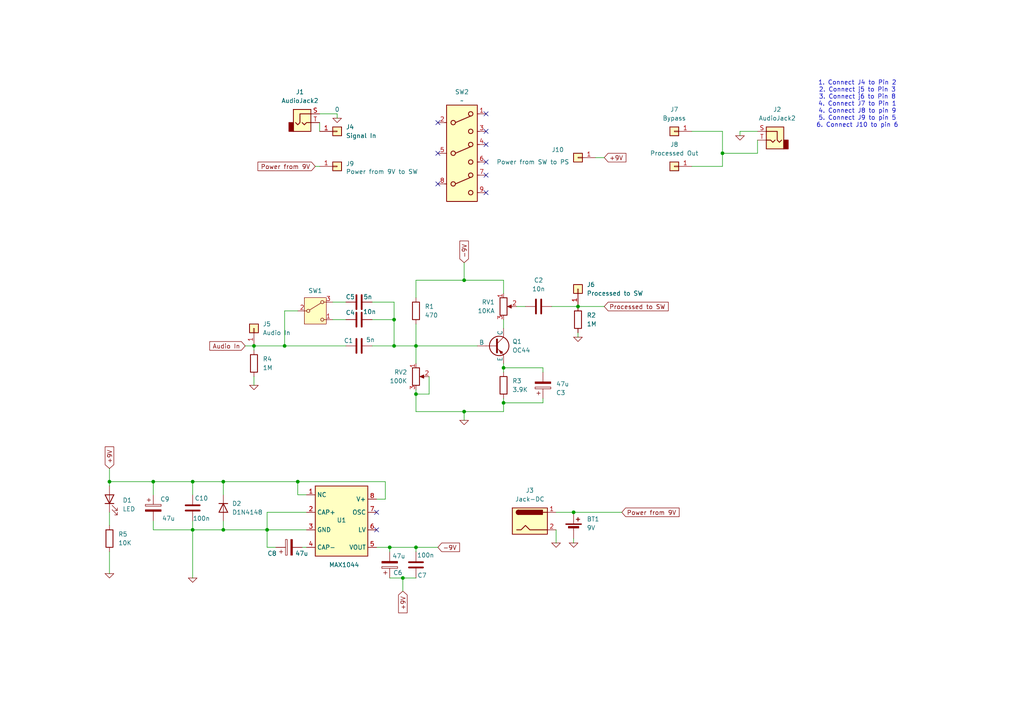
<source format=kicad_sch>
(kicad_sch (version 20231120) (generator "eeschema") (generator_version "8.0")
  (paper "A4")
  (lib_symbols
    (symbol "0_custom:3PDT"
      (property "Reference" "SW" (at -0.254 14.478 0))
      (symbol "3PDT_0_1"
        (rectangle (start -5.08 12.7) (end 3.81 -15.24) (stroke (width 0.254)) (fill (type background)))
        (circle (center -3.175 -10.16) (radius 0.635) (stroke (width 0.254)))
        (circle (center -3.175 -1.27) (radius 0.635) (stroke (width 0.254)))
        (circle (center -3.175 7.62) (radius 0.635) (stroke (width 0.254)))
        (polyline (pts (xy -5.715 -10.16) (xy -5.08 -10.16)))
        (polyline (pts (xy -5.715 -1.27) (xy -5.08 -1.27)))
        (polyline (pts (xy -5.715 7.62) (xy -5.08 7.62)))
        (polyline (pts (xy -2.54 -10.16) (xy 1.905 -8.255)) (stroke (width 0.254)))
        (polyline (pts (xy -2.54 -1.27) (xy 1.905 0.635)) (stroke (width 0.254)))
        (polyline (pts (xy -2.54 7.62) (xy 1.905 9.525)) (stroke (width 0.254)))
        (polyline (pts (xy 4.445 -12.7) (xy 3.81 -12.7)))
        (polyline (pts (xy 4.445 -7.62) (xy 3.81 -7.62)))
        (polyline (pts (xy 4.445 -3.81) (xy 3.81 -3.81)))
        (polyline (pts (xy 4.445 1.27) (xy 3.81 1.27)))
        (polyline (pts (xy 4.445 5.08) (xy 3.81 5.08)))
        (polyline (pts (xy 4.445 10.16) (xy 3.81 10.16)))
        (circle (center 1.905 -12.7) (radius 0.635) (stroke (width 0.254)))
        (circle (center 1.905 -7.62) (radius 0.635) (stroke (width 0.254)))
        (circle (center 1.905 -3.81) (radius 0.635) (stroke (width 0.254)))
        (circle (center 1.905 1.27) (radius 0.635) (stroke (width 0.254)))
        (circle (center 1.905 5.08) (radius 0.635) (stroke (width 0.254)))
        (circle (center 1.905 10.16) (radius 0.635) (stroke (width 0.254)))
      )
      (symbol "3PDT_1_1"
        (pin output line (at 6.35 10.16 180) (length 2.54) (name "") (number "1"))
        (pin input line (at -7.62 7.62 0) (length 2.54) (name "") (number "2"))
        (pin output line (at 6.35 5.08 180) (length 2.54) (name "") (number "3"))
        (pin output line (at 6.35 1.27 180) (length 2.54) (name "") (number "4"))
        (pin input line (at -7.62 -1.27 0) (length 2.54) (name "") (number "5"))
        (pin output line (at 6.35 -3.81 180) (length 2.54) (name "") (number "6"))
        (pin output line (at 6.35 -7.62 180) (length 2.54) (name "") (number "7"))
        (pin input line (at -7.62 -10.16 0) (length 2.54) (name "") (number "8"))
        (pin output line (at 6.35 -12.7 180) (length 2.54) (name "") (number "9"))
      )
    )
    (symbol "Connector:Jack-DC" (pin_names (offset 1.016))
      (property "Reference" "J" (at 0 5.334 0))
      (property "Value" "Jack-DC" (at 0 -5.08 0))
      (symbol "Jack-DC_0_1"
        (rectangle (start -5.08 3.81) (end 5.08 -3.81) (stroke (width 0.254)) (fill (type background)))
        (arc (start -3.302 3.175) (mid -3.9343 2.54) (end -3.302 1.905) (stroke (width 0.254)))
        (arc (start -3.302 3.175) (mid -3.9343 2.54) (end -3.302 1.905) (stroke (width 0.254)) (fill (type outline)))
        (polyline (pts (xy 5.08 2.54) (xy 3.81 2.54)) (stroke (width 0.254)))
        (polyline (pts (xy -3.81 -2.54) (xy -2.54 -2.54) (xy -1.27 -1.27) (xy 0 -2.54) (xy 2.54 -2.54) (xy 5.08 -2.54)) (stroke (width 0.254)))
        (rectangle (start 3.683 3.175) (end -3.302 1.905) (stroke (width 0.254)) (fill (type outline)))
      )
      (symbol "Jack-DC_1_1"
        (pin passive line (at 7.62 2.54 180) (length 2.54) (name "~") (number "1"))
        (pin passive line (at 7.62 -2.54 180) (length 2.54) (name "~") (number "2"))
      )
    )
    (symbol "Connector_Audio:AudioJack2"
      (property "Reference" "J" (at 0 8.89 0))
      (property "Value" "AudioJack2" (at 0 6.35 0))
      (symbol "AudioJack2_0_1"
        (rectangle (start -3.81 0) (end -2.54 -2.54) (stroke (width 0.254)) (fill (type outline)))
        (rectangle (start -2.54 3.81) (end 2.54 -2.54) (stroke (width 0.254)) (fill (type background)))
        (polyline (pts (xy 0 0) (xy 0.635 -0.635) (xy 1.27 0) (xy 2.54 0)) (stroke (width 0.254)))
        (polyline (pts (xy 2.54 2.54) (xy -0.635 2.54) (xy -0.635 0) (xy -1.27 -0.635) (xy -1.905 0)) (stroke (width 0.254)))
      )
      (symbol "AudioJack2_1_1"
        (pin passive line (at 5.08 2.54 180) (length 2.54) (name "~") (number "S"))
        (pin passive line (at 5.08 0 180) (length 2.54) (name "~") (number "T"))
      )
    )
    (symbol "Connector_Generic:Conn_01x01" (pin_names (offset 1.016) hide)
      (property "Reference" "J" (at 0 2.54 0))
      (property "Value" "Conn_01x01" (at 0 -2.54 0))
      (symbol "Conn_01x01_1_1"
        (rectangle (start -1.27 0.127) (end 0 -0.127) (stroke (width 0.1524)))
        (rectangle (start -1.27 1.27) (end 1.27 -1.27) (stroke (width 0.254)) (fill (type background)))
        (pin passive line (at -5.08 0 0) (length 3.81) (name "Pin_1") (number "1"))
      )
    )
    (symbol "Device:Battery_Cell" (pin_numbers hide) (pin_names (offset 0) hide)
      (property "Reference" "BT" (at 2.54 2.54 0))
      (property "Value" "Battery_Cell" (at 2.54 0 0))
      (symbol "Battery_Cell_0_1"
        (rectangle (start -2.286 1.778) (end 2.286 1.524) (fill (type outline)))
        (rectangle (start -1.524 1.016) (end 1.524 0.508) (fill (type outline)))
        (polyline (pts (xy 0 0.762) (xy 0 0)))
        (polyline (pts (xy 0 1.778) (xy 0 2.54)))
        (polyline (pts (xy 0.762 3.048) (xy 1.778 3.048)) (stroke (width 0.254)))
        (polyline (pts (xy 1.27 3.556) (xy 1.27 2.54)) (stroke (width 0.254)))
      )
      (symbol "Battery_Cell_1_1"
        (pin passive line (at 0 5.08 270) (length 2.54) (name "+") (number "1"))
        (pin passive line (at 0 -2.54 90) (length 2.54) (name "-") (number "2"))
      )
    )
    (symbol "Device:C" (pin_numbers hide) (pin_names (offset 0.254))
      (property "Reference" "C" (at 0.635 2.54 0))
      (property "Value" "C" (at 0.635 -2.54 0))
      (symbol "C_0_1"
        (polyline (pts (xy -2.032 -0.762) (xy 2.032 -0.762)) (stroke (width 0.508)))
        (polyline (pts (xy -2.032 0.762) (xy 2.032 0.762)) (stroke (width 0.508)))
      )
      (symbol "C_1_1"
        (pin passive line (at 0 3.81 270) (length 2.794) (name "~") (number "1"))
        (pin passive line (at 0 -3.81 90) (length 2.794) (name "~") (number "2"))
      )
    )
    (symbol "Device:C_Polarized" (pin_numbers hide) (pin_names (offset 0.254))
      (property "Reference" "C" (at 0.635 2.54 0))
      (property "Value" "C_Polarized" (at 0.635 -2.54 0))
      (symbol "C_Polarized_0_1"
        (rectangle (start -2.286 0.508) (end 2.286 1.016))
        (polyline (pts (xy -1.778 2.286) (xy -0.762 2.286)))
        (polyline (pts (xy -1.27 2.794) (xy -1.27 1.778)))
        (rectangle (start 2.286 -0.508) (end -2.286 -1.016) (fill (type outline)))
      )
      (symbol "C_Polarized_1_1"
        (pin passive line (at 0 3.81 270) (length 2.794) (name "~") (number "1"))
        (pin passive line (at 0 -3.81 90) (length 2.794) (name "~") (number "2"))
      )
    )
    (symbol "Device:D" (pin_numbers hide) (pin_names (offset 1.016) hide)
      (property "Reference" "D" (at 0 2.54 0))
      (property "Value" "D" (at 0 -2.54 0))
      (symbol "D_0_1"
        (polyline (pts (xy -1.27 1.27) (xy -1.27 -1.27)) (stroke (width 0.254)))
        (polyline (pts (xy 1.27 0) (xy -1.27 0)))
        (polyline (pts (xy 1.27 1.27) (xy 1.27 -1.27) (xy -1.27 0) (xy 1.27 1.27)) (stroke (width 0.254)))
      )
      (symbol "D_1_1"
        (pin passive line (at -3.81 0 0) (length 2.54) (name "K") (number "1"))
        (pin passive line (at 3.81 0 180) (length 2.54) (name "A") (number "2"))
      )
    )
    (symbol "Device:LED" (pin_numbers hide) (pin_names (offset 1.016) hide)
      (property "Reference" "D" (at 0 2.54 0))
      (property "Value" "LED" (at 0 -2.54 0))
      (symbol "LED_0_1"
        (polyline (pts (xy -1.27 -1.27) (xy -1.27 1.27)) (stroke (width 0.254)))
        (polyline (pts (xy -1.27 0) (xy 1.27 0)))
        (polyline (pts (xy 1.27 -1.27) (xy 1.27 1.27) (xy -1.27 0) (xy 1.27 -1.27)) (stroke (width 0.254)))
        (polyline (pts (xy -3.048 -0.762) (xy -4.572 -2.286) (xy -3.81 -2.286) (xy -4.572 -2.286) (xy -4.572 -1.524)))
        (polyline (pts (xy -1.778 -0.762) (xy -3.302 -2.286) (xy -2.54 -2.286) (xy -3.302 -2.286) (xy -3.302 -1.524)))
      )
      (symbol "LED_1_1"
        (pin passive line (at -3.81 0 0) (length 2.54) (name "K") (number "1"))
        (pin passive line (at 3.81 0 180) (length 2.54) (name "A") (number "2"))
      )
    )
    (symbol "Device:R" (pin_numbers hide) (pin_names (offset 0))
      (property "Reference" "R" (at 2.032 0 90))
      (property "Value" "R" (at 0 0 90))
      (symbol "R_0_1"
        (rectangle (start -1.016 -2.54) (end 1.016 2.54) (stroke (width 0.254)))
      )
      (symbol "R_1_1"
        (pin passive line (at 0 3.81 270) (length 1.27) (name "~") (number "1"))
        (pin passive line (at 0 -3.81 90) (length 1.27) (name "~") (number "2"))
      )
    )
    (symbol "Device:R_Potentiometer" (pin_names (offset 1.016) hide)
      (property "Reference" "RV" (at -4.445 0 90))
      (property "Value" "R_Potentiometer" (at -2.54 0 90))
      (symbol "R_Potentiometer_0_1"
        (polyline (pts (xy 2.54 0) (xy 1.524 0)))
        (polyline (pts (xy 1.143 0) (xy 2.286 0.508) (xy 2.286 -0.508) (xy 1.143 0)) (fill (type outline)))
        (rectangle (start 1.016 2.54) (end -1.016 -2.54) (stroke (width 0.254)))
      )
      (symbol "R_Potentiometer_1_1"
        (pin passive line (at 0 3.81 270) (length 1.27) (name "1") (number "1"))
        (pin passive line (at 3.81 0 180) (length 1.27) (name "2") (number "2"))
        (pin passive line (at 0 -3.81 90) (length 1.27) (name "3") (number "3"))
      )
    )
    (symbol "Regulator_SwitchedCapacitor:MAX1044"
      (property "Reference" "U1" (at 0 15.24 0))
      (property "Value" "MAX1044" (at 0 12.7 0))
      (symbol "MAX1044_0_1"
        (rectangle (start -7.62 10.16) (end 7.62 -10.16) (stroke (width 0.254)) (fill (type background)))
      )
      (symbol "MAX1044_1_1"
        (pin input line (at -10.16 7.62 0) (length 2.54) (name "NC") (number "1"))
        (pin input line (at -10.16 2.54 0) (length 2.54) (name "CAP+") (number "2"))
        (pin power_in line (at -10.16 -2.54 0) (length 2.54) (name "GND") (number "3"))
        (pin input line (at -10.16 -7.62 0) (length 2.54) (name "CAP-") (number "4"))
        (pin power_out line (at 10.16 -7.62 180) (length 2.54) (name "VOUT") (number "5"))
        (pin input line (at 10.16 -2.54 180) (length 2.54) (name "LV") (number "6"))
        (pin input line (at 10.16 2.54 180) (length 2.54) (name "OSC") (number "7"))
        (pin power_in line (at 10.16 6.35 180) (length 2.54) (name "V+") (number "8"))
      )
    )
    (symbol "Simulation_SPICE:0" (power) (pin_numbers hide) (pin_names (offset 0) hide)
      (property "Value" "0" (at 0 -2.54 0))
      (symbol "0_0_1"
        (polyline (pts (xy -1.27 0) (xy 0 -1.27) (xy 1.27 0) (xy -1.27 0)))
      )
      (symbol "0_1_1"
        (pin power_in line (at 0 0 0) (length 0) (name "~") (number "1"))
      )
    )
    (symbol "Simulation_SPICE:PNP" (pin_numbers hide) (pin_names (offset 0))
      (property "Reference" "Q" (at -2.54 7.62 0))
      (property "Value" "PNP" (at -2.54 5.08 0))
      (symbol "PNP_0_1"
        (polyline (pts (xy -2.54 0) (xy 0.635 0)) (stroke (width 0.1524)))
        (polyline (pts (xy 0.635 0.635) (xy 2.54 2.54)))
        (polyline (pts (xy 0.635 -0.635) (xy 2.54 -2.54) (xy 2.54 -2.54)))
        (polyline (pts (xy 0.635 1.905) (xy 0.635 -1.905) (xy 0.635 -1.905)) (stroke (width 0.508)))
        (polyline (pts (xy 2.286 -1.778) (xy 1.778 -2.286) (xy 1.27 -1.27) (xy 2.286 -1.778) (xy 2.286 -1.778)) (fill (type outline)))
        (circle (center 1.27 0) (radius 2.8194) (stroke (width 0.254)))
      )
      (symbol "PNP_1_1"
        (pin open_collector line (at 2.54 5.08 270) (length 2.54) (name "C") (number "1"))
        (pin input line (at -5.08 0 0) (length 2.54) (name "B") (number "2"))
        (pin open_emitter line (at 2.54 -5.08 90) (length 2.54) (name "E") (number "3"))
      )
    )
    (symbol "Switch:SW_Nidec_CAS-120A1" (pin_names (offset 1) hide)
      (property "Reference" "SW" (at 0 4.318 0))
      (property "Value" "SW_Nidec_CAS-120A1" (at 0 -5.08 0))
      (symbol "SW_Nidec_CAS-120A1_0_1"
        (circle (center -2.032 0) (radius 0.4572))
        (polyline (pts (xy -1.651 0.254) (xy 1.651 2.286)))
        (circle (center 2.032 -2.54) (radius 0.4572))
        (circle (center 2.032 2.54) (radius 0.4572))
      )
      (symbol "SW_Nidec_CAS-120A1_1_1"
        (rectangle (start -3.175 3.81) (end 3.175 -3.81) (fill (type background)))
        (pin passive line (at 5.08 -2.54 180) (length 2.54) (name "C") (number "1"))
        (pin passive line (at -5.08 0 0) (length 2.54) (name "B") (number "2"))
        (pin passive line (at 5.08 2.54 180) (length 2.54) (name "A") (number "3"))
      )
    )
  )
  (junction (at 146.05 106.68))
  (junction (at 86.36 139.7))
  (junction (at 113.03 158.75))
  (junction (at 209.55 44.45))
  (junction (at 120.65 100.33))
  (junction (at 166.37 148.59))
  (junction (at 116.84 167.64))
  (junction (at 64.77 139.7))
  (junction (at 114.3 92.71))
  (junction (at 120.65 158.75))
  (junction (at 31.75 139.7))
  (junction (at 73.66 100.33))
  (junction (at 114.3 100.33))
  (junction (at 134.62 81.28))
  (junction (at 120.65 114.3))
  (junction (at 167.64 88.9))
  (junction (at 77.47 153.67))
  (junction (at 134.62 119.38))
  (junction (at 55.88 139.7))
  (junction (at 82.55 100.33))
  (junction (at 146.05 116.84))
  (junction (at 44.45 139.7))
  (junction (at 55.88 153.67))
  (junction (at 64.77 153.67))
  (no_connect (at 140.97 46.99))
  (no_connect (at 140.97 41.91))
  (no_connect (at 127 53.34))
  (no_connect (at 140.97 50.8))
  (no_connect (at 127 44.45))
  (no_connect (at 127 35.56))
  (no_connect (at 109.22 148.59))
  (no_connect (at 140.97 38.1))
  (no_connect (at 140.97 33.02))
  (no_connect (at 140.97 55.88))
  (no_connect (at 109.22 153.67))
  (wire (pts (xy 157.48 107.95) (xy 157.48 106.68)))
  (wire (pts (xy 134.62 119.38) (xy 134.62 121.92)))
  (wire (pts (xy 167.64 97.79) (xy 167.64 96.52)))
  (wire (pts (xy 120.65 158.75) (xy 127 158.75)))
  (wire (pts (xy 88.9 148.59) (xy 77.47 148.59)))
  (wire (pts (xy 55.88 139.7) (xy 64.77 139.7)))
  (wire (pts (xy 44.45 151.13) (xy 44.45 153.67)))
  (wire (pts (xy 73.66 100.33) (xy 82.55 100.33)))
  (wire (pts (xy 134.62 119.38) (xy 146.05 119.38)))
  (wire (pts (xy 64.77 153.67) (xy 77.47 153.67)))
  (wire (pts (xy 149.86 88.9) (xy 152.4 88.9)))
  (wire (pts (xy 92.71 38.1) (xy 92.71 35.56)))
  (wire (pts (xy 73.66 109.22) (xy 73.66 111.76)))
  (wire (pts (xy 134.62 81.28) (xy 146.05 81.28)))
  (wire (pts (xy 77.47 153.67) (xy 88.9 153.67)))
  (wire (pts (xy 146.05 81.28) (xy 146.05 85.09)))
  (wire (pts (xy 31.75 160.02) (xy 31.75 166.37)))
  (wire (pts (xy 114.3 92.71) (xy 114.3 100.33)))
  (wire (pts (xy 219.71 44.45) (xy 219.71 40.64)))
  (wire (pts (xy 214.63 39.37) (xy 214.63 38.1)))
  (wire (pts (xy 107.95 92.71) (xy 114.3 92.71)))
  (wire (pts (xy 96.52 92.71) (xy 100.33 92.71)))
  (wire (pts (xy 120.65 114.3) (xy 120.65 119.38)))
  (wire (pts (xy 120.65 100.33) (xy 138.43 100.33)))
  (wire (pts (xy 82.55 90.17) (xy 82.55 100.33)))
  (wire (pts (xy 44.45 153.67) (xy 55.88 153.67)))
  (wire (pts (xy 120.65 100.33) (xy 120.65 105.41)))
  (wire (pts (xy 166.37 156.21) (xy 166.37 157.48)))
  (wire (pts (xy 113.03 158.75) (xy 120.65 158.75)))
  (wire (pts (xy 209.55 44.45) (xy 219.71 44.45)))
  (wire (pts (xy 91.44 48.26) (xy 92.71 48.26)))
  (wire (pts (xy 114.3 87.63) (xy 114.3 92.71)))
  (wire (pts (xy 86.36 139.7) (xy 86.36 143.51)))
  (wire (pts (xy 146.05 115.57) (xy 146.05 116.84)))
  (wire (pts (xy 146.05 106.68) (xy 146.05 107.95)))
  (wire (pts (xy 107.95 87.63) (xy 114.3 87.63)))
  (wire (pts (xy 44.45 143.51) (xy 44.45 139.7)))
  (wire (pts (xy 157.48 115.57) (xy 157.48 116.84)))
  (wire (pts (xy 31.75 148.59) (xy 31.75 152.4)))
  (wire (pts (xy 31.75 139.7) (xy 44.45 139.7)))
  (wire (pts (xy 209.55 38.1) (xy 209.55 44.45)))
  (wire (pts (xy 146.05 116.84) (xy 157.48 116.84)))
  (wire (pts (xy 31.75 139.7) (xy 31.75 140.97)))
  (wire (pts (xy 82.55 100.33) (xy 100.33 100.33)))
  (wire (pts (xy 113.03 167.64) (xy 116.84 167.64)))
  (wire (pts (xy 120.65 167.64) (xy 116.84 167.64)))
  (wire (pts (xy 55.88 151.13) (xy 55.88 153.67)))
  (wire (pts (xy 161.29 153.67) (xy 161.29 157.48)))
  (wire (pts (xy 77.47 153.67) (xy 77.47 158.75)))
  (wire (pts (xy 114.3 100.33) (xy 120.65 100.33)))
  (wire (pts (xy 214.63 38.1) (xy 219.71 38.1)))
  (wire (pts (xy 146.05 92.71) (xy 146.05 95.25)))
  (wire (pts (xy 116.84 167.64) (xy 116.84 171.45)))
  (wire (pts (xy 124.46 114.3) (xy 124.46 109.22)))
  (wire (pts (xy 120.65 113.03) (xy 120.65 114.3)))
  (wire (pts (xy 64.77 139.7) (xy 86.36 139.7)))
  (wire (pts (xy 64.77 151.13) (xy 64.77 153.67)))
  (wire (pts (xy 175.26 45.72) (xy 172.72 45.72)))
  (wire (pts (xy 77.47 148.59) (xy 77.47 153.67)))
  (wire (pts (xy 200.66 38.1) (xy 209.55 38.1)))
  (wire (pts (xy 86.36 143.51) (xy 88.9 143.51)))
  (wire (pts (xy 97.79 33.02) (xy 92.71 33.02)))
  (wire (pts (xy 55.88 139.7) (xy 55.88 143.51)))
  (wire (pts (xy 55.88 153.67) (xy 55.88 167.64)))
  (wire (pts (xy 55.88 153.67) (xy 64.77 153.67)))
  (wire (pts (xy 107.95 100.33) (xy 114.3 100.33)))
  (wire (pts (xy 166.37 148.59) (xy 180.34 148.59)))
  (wire (pts (xy 209.55 48.26) (xy 209.55 44.45)))
  (wire (pts (xy 113.03 158.75) (xy 113.03 160.02)))
  (wire (pts (xy 160.02 88.9) (xy 167.64 88.9)))
  (wire (pts (xy 73.66 100.33) (xy 73.66 101.6)))
  (wire (pts (xy 200.66 48.26) (xy 209.55 48.26)))
  (wire (pts (xy 109.22 158.75) (xy 113.03 158.75)))
  (wire (pts (xy 120.65 119.38) (xy 134.62 119.38)))
  (wire (pts (xy 167.64 88.9) (xy 175.26 88.9)))
  (wire (pts (xy 86.36 90.17) (xy 82.55 90.17)))
  (wire (pts (xy 120.65 160.02) (xy 120.65 158.75)))
  (wire (pts (xy 146.05 119.38) (xy 146.05 116.84)))
  (wire (pts (xy 71.12 100.33) (xy 73.66 100.33)))
  (wire (pts (xy 146.05 106.68) (xy 157.48 106.68)))
  (wire (pts (xy 64.77 139.7) (xy 64.77 143.51)))
  (wire (pts (xy 111.76 144.78) (xy 109.22 144.78)))
  (wire (pts (xy 96.52 87.63) (xy 100.33 87.63)))
  (wire (pts (xy 146.05 105.41) (xy 146.05 106.68)))
  (wire (pts (xy 31.75 135.89) (xy 31.75 139.7)))
  (wire (pts (xy 134.62 81.28) (xy 120.65 81.28)))
  (wire (pts (xy 120.65 114.3) (xy 124.46 114.3)))
  (wire (pts (xy 97.79 34.29) (xy 97.79 33.02)))
  (wire (pts (xy 87.63 158.75) (xy 88.9 158.75)))
  (wire (pts (xy 161.29 148.59) (xy 166.37 148.59)))
  (wire (pts (xy 44.45 139.7) (xy 55.88 139.7)))
  (wire (pts (xy 77.47 158.75) (xy 80.01 158.75)))
  (wire (pts (xy 134.62 76.2) (xy 134.62 81.28)))
  (wire (pts (xy 120.65 93.98) (xy 120.65 100.33)))
  (wire (pts (xy 120.65 81.28) (xy 120.65 86.36)))
  (wire (pts (xy 111.76 144.78) (xy 111.76 139.7)))
  (wire (pts (xy 111.76 139.7) (xy 86.36 139.7)))
  (text "1. Connect J4 to Pin 2\n2. Connect j5 to Pin 3\n3. Connect j6 to Pin 8\n4. Connect J7 to Pin 1\n4. Connect J8 to pin 9\n5. Connect J9 to pin 5\n6. Connect J10 to pin 6" (at 248.666 30.226 0) (effects (font (size 1.27 1.27))))
  (global_label "+9V" (shape input) (at 116.84 171.45 270) (property "Intersheetrefs" "${INTERSHEET_REFS}" (effects (hide yes))))
  (global_label "Audio In" (shape input) (at 71.12 100.33 180) (property "Intersheetrefs" "${INTERSHEET_REFS}" (effects (hide yes))))
  (global_label "+9V" (shape input) (at 175.26 45.72 0) (property "Intersheetrefs" "${INTERSHEET_REFS}" (effects (hide yes))))
  (global_label "-9V" (shape input) (at 134.62 76.2 90) (property "Intersheetrefs" "${INTERSHEET_REFS}" (effects (hide yes))))
  (global_label "Power from 9V" (shape input) (at 91.44 48.26 180) (property "Intersheetrefs" "${INTERSHEET_REFS}" (effects (hide yes))))
  (global_label "Power from 9V" (shape input) (at 180.34 148.59 0) (property "Intersheetrefs" "${INTERSHEET_REFS}" (effects (hide yes))))
  (global_label "Processed to SW" (shape input) (at 175.26 88.9 0) (property "Intersheetrefs" "${INTERSHEET_REFS}" (effects (hide yes))))
  (global_label "-9V" (shape input) (at 127 158.75 0) (property "Intersheetrefs" "${INTERSHEET_REFS}" (effects (hide yes))))
  (global_label "+9V" (shape input) (at 31.75 135.89 90) (property "Intersheetrefs" "${INTERSHEET_REFS}" (effects (hide yes))))
  (symbol (lib_id "Regulator_SwitchedCapacitor:MAX1044") (at 99.06 151.13 0) (unit 1)
    (property "Reference" "U1" (at 99.06 150.876 0))
    (property "Value" "MAX1044" (at 99.822 163.83 0))
    (property "Footprint" "Package_DIP:DIP-8_W10.16mm" (effects (hide yes)))
    (property "Datasheet" "http://datasheets.maximintegrated.com/en/ds/ICL7660-MAX1044.pdf" (effects (hide yes)))
    (property "Description" "Switched-Capacitor Voltage Converter, 1.5V to 10.0V operating supply voltage, 10mA with a 0.5V output drop, SO-8/DIP-8/µMAX-8/TO-99" (effects (hide yes)))
  )
  (symbol (lib_id "Connector_Generic:Conn_01x01") (at 73.66 95.25 90) (unit 1)
    (property "Reference" "J5" (at 76.2 93.9799 90) (effects (justify right)))
    (property "Value" "Audio In" (at 76.2 96.5199 90) (effects (justify right)))
    (property "Footprint" "Connector_Wire:SolderWire-0.25sqmm_1x01_D0.65mm_OD2mm" (effects (hide yes)))
    (property "Description" "Generic connector, single row, 01x01, script generated (kicad-library-utils/schlib/autogen/connector/)" (effects (hide yes)))
  )
  (symbol (lib_id "Device:C_Polarized") (at 44.45 147.32 0) (unit 1)
    (property "Reference" "C9" (at 46.482 144.78 0) (effects (justify left)))
    (property "Value" "47u" (at 46.99 150.368 0) (effects (justify left)))
    (property "Footprint" "Capacitor_THT:C_Radial_D6.3mm_H11.0mm_P2.50mm" (effects (hide yes)))
    (property "Description" "250PK0R47MEFC6.3X11" (effects (hide yes)))
  )
  (symbol (lib_id "Switch:SW_Nidec_CAS-120A1") (at 91.44 90.17 0) (unit 1)
    (property "Reference" "SW1" (at 91.44 84.328 0))
    (property "Value" "SW_Nidec_CAS-120A1" (effects (hide yes)))
    (property "Footprint" "Button_Switch_THT:SW_Slide_SPDT_Straight_CK_OS102011MS2Q" (effects (hide yes)))
    (property "Datasheet" "https://www.nidec-components.com/e/catalog/switch/cas.pdf" (effects (hide yes)))
    (property "Description" "Switch, single pole double throw" (effects (hide yes)))
  )
  (symbol (lib_id "Device:C") (at 156.21 88.9 270) (unit 1)
    (property "Reference" "C2" (at 156.21 81.28 90))
    (property "Value" "10n" (at 156.21 83.82 90))
    (property "Footprint" "Capacitor_THT:C_Disc_D9.0mm_W5.0mm_P10.00mm" (effects (hide yes)))
    (property "Description" "564R30GAS10" (effects (hide yes)))
  )
  (symbol (lib_id "Simulation_SPICE:0") (at 166.37 157.48 0) (unit 1)
    (property "Reference" "#GND09" (effects (hide yes)))
    (property "Value" "0" (effects (hide yes)))
    (property "Datasheet" "https://ngspice.sourceforge.io/docs/ngspice-html-manual/manual.xhtml#subsec_Circuit_elements__device" (effects (hide yes)))
    (property "Description" "0V reference potential for simulation" (effects (hide yes)))
  )
  (symbol (lib_id "Device:C") (at 120.65 163.83 180) (unit 1)
    (property "Reference" "C7" (at 122.428 166.878 0))
    (property "Value" "100n" (at 123.444 161.036 0))
    (property "Footprint" "Capacitor_THT:C_Disc_D4.3mm_W1.9mm_P5.00mm" (effects (hide yes)))
    (property "Description" "K104K15X7RF5TH5" (effects (hide yes)))
  )
  (symbol (lib_id "Connector_Generic:Conn_01x01") (at 167.64 45.72 180) (unit 1)
    (property "Reference" "J10" (at 163.576 43.434 0) (effects (justify left)))
    (property "Value" "Power from SW to PS" (at 165.1 46.99 0) (effects (justify left)))
    (property "Footprint" "Connector_Wire:SolderWire-0.25sqmm_1x01_D0.65mm_OD2mm" (effects (hide yes)))
    (property "Description" "Generic connector, single row, 01x01, script generated (kicad-library-utils/schlib/autogen/connector/)" (effects (hide yes)))
  )
  (symbol (lib_id "Connector_Generic:Conn_01x01") (at 97.79 48.26 0) (unit 1)
    (property "Reference" "J9" (at 100.33 47.498 0) (effects (justify left)))
    (property "Value" "Power from 9V to SW" (at 100.33 49.784 0) (effects (justify left)))
    (property "Footprint" "Connector_Wire:SolderWire-0.25sqmm_1x01_D0.65mm_OD2mm" (effects (hide yes)))
    (property "Description" "Generic connector, single row, 01x01, script generated (kicad-library-utils/schlib/autogen/connector/)" (effects (hide yes)))
  )
  (symbol (lib_id "Device:C") (at 104.14 87.63 270) (unit 1)
    (property "Reference" "C5" (at 101.6 86.106 90))
    (property "Value" "5n" (at 106.68 86.106 90))
    (property "Footprint" "Capacitor_THT:C_Disc_D9.0mm_W5.0mm_P10.00mm" (effects (hide yes)))
    (property "Description" "S502M75Z5UR83L0R" (effects (hide yes)))
  )
  (symbol (lib_id "Device:R") (at 167.64 92.71 0) (unit 1)
    (property "Reference" "R2" (at 170.18 91.4399 0) (effects (justify left)))
    (property "Value" "1M" (at 170.18 93.9799 0) (effects (justify left)))
    (property "Footprint" "Resistor_THT:R_Axial_DIN0207_L6.3mm_D2.5mm_P7.62mm_Horizontal" (effects (hide yes)))
    (property "Description" "VR25000001004JR500" (effects (hide yes)))
  )
  (symbol (lib_id "Simulation_SPICE:0") (at 161.29 157.48 0) (unit 1)
    (property "Reference" "#GND08" (effects (hide yes)))
    (property "Value" "0" (effects (hide yes)))
    (property "Datasheet" "https://ngspice.sourceforge.io/docs/ngspice-html-manual/manual.xhtml#subsec_Circuit_elements__device" (effects (hide yes)))
    (property "Description" "0V reference potential for simulation" (effects (hide yes)))
  )
  (symbol (lib_id "Simulation_SPICE:0") (at 167.64 97.79 0) (unit 1)
    (property "Reference" "#GND02" (effects (hide yes)))
    (property "Value" "0" (effects (hide yes)))
    (property "Datasheet" "https://ngspice.sourceforge.io/docs/ngspice-html-manual/manual.xhtml#subsec_Circuit_elements__device" (effects (hide yes)))
    (property "Description" "0V reference potential for simulation" (effects (hide yes)))
  )
  (symbol (lib_id "Connector_Generic:Conn_01x01") (at 195.58 38.1 180) (unit 1)
    (property "Reference" "J7" (at 195.58 31.75 0))
    (property "Value" "Bypass" (at 195.58 34.29 0))
    (property "Footprint" "Connector_Wire:SolderWire-0.25sqmm_1x01_D0.65mm_OD2mm" (effects (hide yes)))
    (property "Description" "Generic connector, single row, 01x01, script generated (kicad-library-utils/schlib/autogen/connector/)" (effects (hide yes)))
  )
  (symbol (lib_id "Device:C") (at 104.14 92.71 270) (unit 1)
    (property "Reference" "C4" (at 101.6 90.678 90))
    (property "Value" "10n" (at 107.188 90.424 90))
    (property "Footprint" "Capacitor_THT:C_Disc_D9.0mm_W5.0mm_P10.00mm" (effects (hide yes)))
    (property "Description" "564R30GAS10" (effects (hide yes)))
  )
  (symbol (lib_id "Device:R_Potentiometer") (at 146.05 88.9 0) (unit 1)
    (property "Reference" "RV1" (at 143.51 87.6299 0) (effects (justify right)))
    (property "Value" "10KA" (at 143.51 90.1699 0) (effects (justify right)))
    (property "Footprint" "Potentiometer_THT:Potentiometer_Alpha_RD901F-40-00D_Single_Vertical" (effects (hide yes)))
    (property "Description" "Potentiometer" (effects (hide yes)))
  )
  (symbol (lib_id "Connector_Audio:AudioJack2") (at 87.63 35.56 0) (unit 1)
    (property "Reference" "J1" (at 86.995 26.67 0))
    (property "Value" "AudioJack2" (at 86.995 29.21 0))
    (property "Footprint" "Connector_Audio:Jack_6.35mm_Neutrik_NMJ6HCD2_Horizontal" (effects (hide yes)))
    (property "Description" "Audio Jack, 2 Poles (Mono / TS)" (effects (hide yes)))
  )
  (symbol (lib_id "Simulation_SPICE:0") (at 31.75 166.37 0) (unit 1)
    (property "Reference" "#GND04" (effects (hide yes)))
    (property "Value" "0" (effects (hide yes)))
    (property "Datasheet" "https://ngspice.sourceforge.io/docs/ngspice-html-manual/manual.xhtml#subsec_Circuit_elements__device" (effects (hide yes)))
    (property "Description" "0V reference potential for simulation" (effects (hide yes)))
  )
  (symbol (lib_id "Device:D") (at 64.77 147.32 270) (unit 1)
    (property "Reference" "D2" (at 67.31 146.0499 90) (effects (justify left)))
    (property "Value" "D1N4148" (at 67.31 148.5899 90) (effects (justify left)))
    (property "Footprint" "Capacitor_THT:C_Disc_D9.0mm_W5.0mm_P10.00mm" (effects (hide yes)))
    (property "Description" "Diode" (effects (hide yes)))
    (property "Sim.Device" "D" (effects (hide yes)))
    (property "Sim.Pins" "1=K 2=A" (effects (hide yes)))
  )
  (symbol (lib_id "Device:C_Polarized") (at 113.03 163.83 0) (mirror x) (unit 1)
    (property "Reference" "C6" (at 114.046 166.116 0) (effects (justify left)))
    (property "Value" "47u" (at 113.792 161.29 0) (effects (justify left)))
    (property "Footprint" "Capacitor_THT:C_Radial_D6.3mm_H11.0mm_P2.50mm" (effects (hide yes)))
    (property "Description" "250PK0R47MEFC6.3X11" (effects (hide yes)))
  )
  (symbol (lib_id "Simulation_SPICE:0") (at 97.79 34.29 0) (unit 1)
    (property "Reference" "#GND07" (effects (hide yes)))
    (property "Value" "0" (at 97.79 31.75 0))
    (property "Datasheet" "https://ngspice.sourceforge.io/docs/ngspice-html-manual/manual.xhtml#subsec_Circuit_elements__device" (effects (hide yes)))
    (property "Description" "0V reference potential for simulation" (effects (hide yes)))
  )
  (symbol (lib_id "Device:C") (at 104.14 100.33 270) (unit 1)
    (property "Reference" "C1" (at 101.092 98.806 90))
    (property "Value" "5n" (at 107.442 98.552 90))
    (property "Footprint" "Capacitor_THT:C_Disc_D9.0mm_W5.0mm_P10.00mm" (effects (hide yes)))
    (property "Description" "S502M75Z5UR83L0R" (effects (hide yes)))
  )
  (symbol (lib_id "Device:R") (at 73.66 105.41 0) (unit 1)
    (property "Reference" "R4" (at 76.2 104.1399 0) (effects (justify left)))
    (property "Value" "1M" (at 76.2 106.6799 0) (effects (justify left)))
    (property "Footprint" "Resistor_THT:R_Axial_DIN0207_L6.3mm_D2.5mm_P7.62mm_Horizontal" (effects (hide yes)))
    (property "Description" "VR25000001004JR500" (effects (hide yes)))
  )
  (symbol (lib_id "Connector:Jack-DC") (at 153.67 151.13 0) (unit 1)
    (property "Reference" "J3" (at 153.67 142.24 0))
    (property "Value" "Jack-DC" (at 153.67 144.78 0))
    (property "Footprint" "Connector_BarrelJack:BarrelJack_GCT_DCJ200-10-A_Horizontal" (effects (hide yes)))
    (property "Description" "DC Barrel Jack" (effects (hide yes)))
  )
  (symbol (lib_id "Device:C_Polarized") (at 157.48 111.76 0) (mirror x) (unit 1)
    (property "Reference" "C3" (at 161.29 113.9191 0) (effects (justify left)))
    (property "Value" "47u" (at 161.29 111.3791 0) (effects (justify left)))
    (property "Footprint" "Capacitor_THT:C_Radial_D6.3mm_H11.0mm_P2.50mm" (effects (hide yes)))
    (property "Description" "250PK0R47MEFC6.3X11" (effects (hide yes)))
  )
  (symbol (lib_id "Device:LED") (at 31.75 144.78 90) (unit 1)
    (property "Reference" "D1" (at 35.56 145.0974 90) (effects (justify right)))
    (property "Value" "LED" (at 35.56 147.6374 90) (effects (justify right)))
    (property "Footprint" "LED_THT:LED_D3.0mm" (effects (hide yes)))
    (property "Description" "Light emitting diode" (effects (hide yes)))
  )
  (symbol (lib_id "0_custom:3PDT") (at 134.62 43.18 0) (unit 1)
    (property "Reference" "SW2" (at 133.985 26.67 0))
    (property "Value" "~" (at 133.985 29.21 0))
  )
  (symbol (lib_id "Simulation_SPICE:0") (at 214.63 39.37 0) (unit 1)
    (property "Reference" "#GND06" (effects (hide yes)))
    (property "Value" "0" (effects (hide yes)))
    (property "Datasheet" "https://ngspice.sourceforge.io/docs/ngspice-html-manual/manual.xhtml#subsec_Circuit_elements__device" (effects (hide yes)))
    (property "Description" "0V reference potential for simulation" (effects (hide yes)))
  )
  (symbol (lib_id "Device:R") (at 31.75 156.21 0) (unit 1)
    (property "Reference" "R5" (at 34.29 154.9399 0) (effects (justify left)))
    (property "Value" "10K" (at 34.29 157.4799 0) (effects (justify left)))
    (property "Footprint" "Resistor_THT:R_Axial_DIN0207_L6.3mm_D2.5mm_P7.62mm_Horizontal" (effects (hide yes)))
    (property "Description" "PR01000101002JA500" (effects (hide yes)))
  )
  (symbol (lib_id "Connector_Generic:Conn_01x01") (at 167.64 83.82 90) (unit 1)
    (property "Reference" "J6" (at 170.18 82.5499 90) (effects (justify right)))
    (property "Value" "Processed to SW" (at 170.18 85.0899 90) (effects (justify right)))
    (property "Footprint" "Connector_Wire:SolderWire-0.25sqmm_1x01_D0.65mm_OD2mm" (effects (hide yes)))
    (property "Description" "Generic connector, single row, 01x01, script generated (kicad-library-utils/schlib/autogen/connector/)" (effects (hide yes)))
  )
  (symbol (lib_id "Device:R") (at 146.05 111.76 0) (unit 1)
    (property "Reference" "R3" (at 148.59 110.4899 0) (effects (justify left)))
    (property "Value" "3.9K" (at 148.59 113.0299 0) (effects (justify left)))
    (property "Footprint" "Resistor_THT:R_Axial_DIN0309_L9.0mm_D3.2mm_P12.70mm_Horizontal" (effects (hide yes)))
    (property "Description" "PR02000203901JR500" (effects (hide yes)))
  )
  (symbol (lib_id "Simulation_SPICE:0") (at 73.66 111.76 0) (unit 1)
    (property "Reference" "#GND03" (effects (hide yes)))
    (property "Value" "0" (effects (hide yes)))
    (property "Datasheet" "https://ngspice.sourceforge.io/docs/ngspice-html-manual/manual.xhtml#subsec_Circuit_elements__device" (effects (hide yes)))
    (property "Description" "0V reference potential for simulation" (effects (hide yes)))
  )
  (symbol (lib_id "Device:R_Potentiometer") (at 120.65 109.22 0) (unit 1)
    (property "Reference" "RV2" (at 118.11 107.9499 0) (effects (justify right)))
    (property "Value" "100K" (at 118.11 110.49 0) (effects (justify right)))
    (property "Footprint" "Potentiometer_THT:Potentiometer_Alpha_RD901F-40-00D_Single_Vertical" (effects (hide yes)))
    (property "Description" "Potentiometer" (effects (hide yes)))
  )
  (symbol (lib_id "Simulation_SPICE:0") (at 55.88 167.64 0) (unit 1)
    (property "Reference" "#GND05" (effects (hide yes)))
    (property "Value" "0" (effects (hide yes)))
    (property "Datasheet" "https://ngspice.sourceforge.io/docs/ngspice-html-manual/manual.xhtml#subsec_Circuit_elements__device" (effects (hide yes)))
    (property "Description" "0V reference potential for simulation" (effects (hide yes)))
  )
  (symbol (lib_id "Device:Battery_Cell") (at 166.37 153.67 0) (unit 1)
    (property "Reference" "BT1" (at 170.18 150.5584 0) (effects (justify left)))
    (property "Value" "9V" (at 170.18 153.0984 0) (effects (justify left)))
    (property "Footprint" "Battery:BatteryHolder_Eagle_12BH611-GR" (effects (hide yes)))
    (property "Description" "Single-cell battery" (effects (hide yes)))
  )
  (symbol (lib_id "Simulation_SPICE:0") (at 134.62 121.92 0) (unit 1)
    (property "Reference" "#GND01" (effects (hide yes)))
    (property "Value" "0" (effects (hide yes)))
    (property "Datasheet" "https://ngspice.sourceforge.io/docs/ngspice-html-manual/manual.xhtml#subsec_Circuit_elements__device" (effects (hide yes)))
    (property "Description" "0V reference potential for simulation" (effects (hide yes)))
  )
  (symbol (lib_id "Device:C_Polarized") (at 83.82 158.75 90) (unit 1)
    (property "Reference" "C8" (at 80.264 160.528 90) (effects (justify left)))
    (property "Value" "47u" (at 89.408 160.528 90) (effects (justify left)))
    (property "Footprint" "Capacitor_THT:C_Radial_D6.3mm_H11.0mm_P2.50mm" (effects (hide yes)))
    (property "Description" "250PK0R47MEFC6.3X11" (effects (hide yes)))
  )
  (symbol (lib_id "Device:R") (at 120.65 90.17 0) (unit 1)
    (property "Reference" "R1" (at 123.19 88.8999 0) (effects (justify left)))
    (property "Value" "470" (at 123.19 91.4399 0) (effects (justify left)))
    (property "Footprint" "Resistor_THT:R_Axial_DIN0309_L9.0mm_D3.2mm_P12.70mm_Horizontal" (effects (hide yes)))
    (property "Description" "6-2176611-5" (effects (hide yes)))
  )
  (symbol (lib_id "Device:C") (at 55.88 147.32 180) (unit 1)
    (property "Reference" "C10" (at 58.42 144.526 0))
    (property "Value" "100n" (at 58.42 150.368 0))
    (property "Footprint" "Capacitor_THT:C_Disc_D4.3mm_W1.9mm_P5.00mm" (effects (hide yes)))
    (property "Description" "Unpolarized capacitor" (effects (hide yes)))
  )
  (symbol (lib_id "Connector_Generic:Conn_01x01") (at 97.79 38.1 0) (unit 1)
    (property "Reference" "J4" (at 100.33 36.8299 0) (effects (justify left)))
    (property "Value" "Signal In" (at 100.33 39.3699 0) (effects (justify left)))
    (property "Footprint" "Connector_Wire:SolderWire-0.25sqmm_1x01_D0.65mm_OD2mm" (effects (hide yes)))
    (property "Description" "Generic connector, single row, 01x01, script generated (kicad-library-utils/schlib/autogen/connector/)" (effects (hide yes)))
  )
  (symbol (lib_id "Connector_Audio:AudioJack2") (at 224.79 40.64 0) (mirror y) (unit 1)
    (property "Reference" "J2" (at 225.425 31.75 0))
    (property "Value" "AudioJack2" (at 225.425 34.29 0))
    (property "Footprint" "Connector_Audio:Jack_6.35mm_Neutrik_NMJ6HCD2_Horizontal" (effects (hide yes)))
    (property "Description" "Audio Jack, 2 Poles (Mono / TS)" (effects (hide yes)))
  )
  (symbol (lib_id "Connector_Generic:Conn_01x01") (at 195.58 48.26 180) (unit 1)
    (property "Reference" "J8" (at 195.58 41.91 0))
    (property "Value" "Processed Out" (at 195.58 44.45 0))
    (property "Footprint" "Connector_Wire:SolderWire-0.25sqmm_1x01_D0.65mm_OD2mm" (effects (hide yes)))
    (property "Description" "Generic connector, single row, 01x01, script generated (kicad-library-utils/schlib/autogen/connector/)" (effects (hide yes)))
  )
  (symbol (lib_id "Simulation_SPICE:PNP") (at 143.51 100.33 0) (unit 1)
    (property "Reference" "Q1" (at 148.59 99.0599 0) (effects (justify left)))
    (property "Value" "OC44" (at 148.59 101.5999 0) (effects (justify left)))
    (property "Footprint" "Package_TO_SOT_THT:NEC_Molded_7x4x9mm" (effects (hide yes)))
    (property "Datasheet" "https://ngspice.sourceforge.io/docs/ngspice-html-manual/manual.xhtml#cha_BJTs" (effects (hide yes)))
    (property "Description" "Bipolar transistor symbol for simulation only, substrate tied to the emitter" (effects (hide yes)))
    (property "Sim.Device" "PNP" (effects (hide yes)))
    (property "Sim.Type" "GUMMELPOON" (effects (hide yes)))
    (property "Sim.Pins" "1=C 2=B 3=E" (effects (hide yes)))
  )
)
</source>
